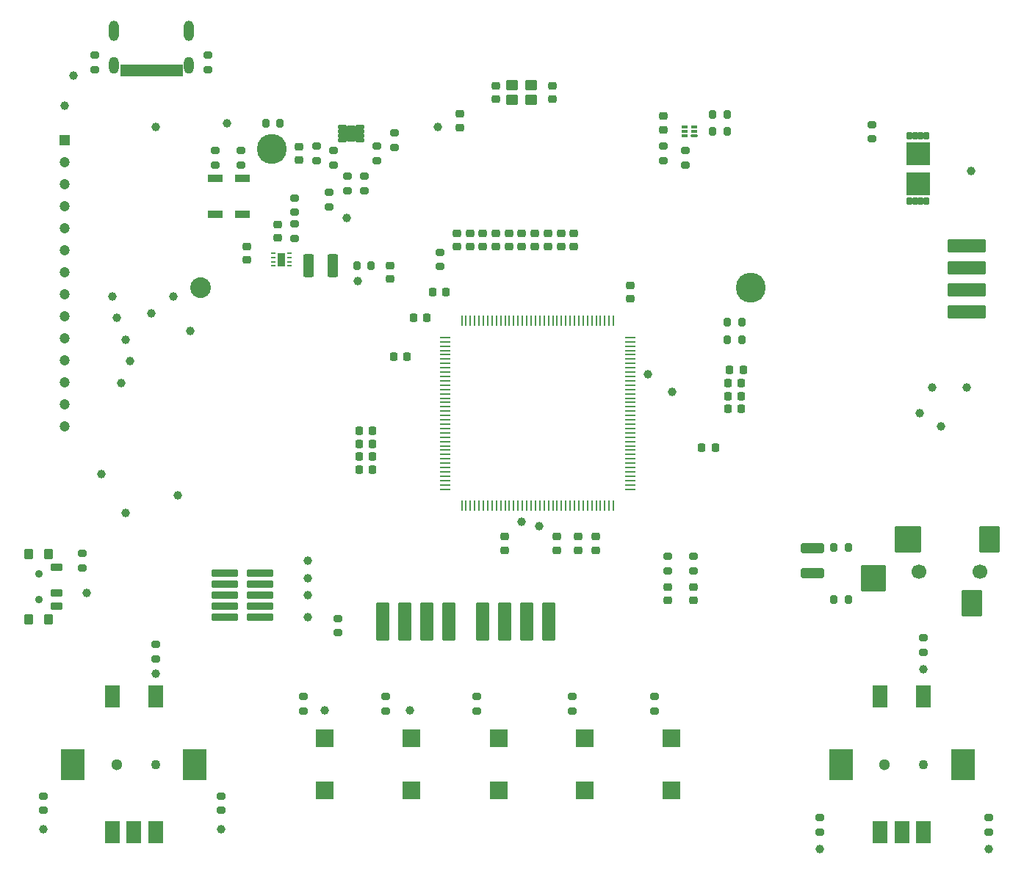
<source format=gbr>
%TF.GenerationSoftware,KiCad,Pcbnew,9.0.5*%
%TF.CreationDate,2025-11-20T02:47:11-08:00*%
%TF.ProjectId,Etch_A_Tune,45746368-5f41-45f5-9475-6e652e6b6963,rev?*%
%TF.SameCoordinates,Original*%
%TF.FileFunction,Soldermask,Top*%
%TF.FilePolarity,Negative*%
%FSLAX46Y46*%
G04 Gerber Fmt 4.6, Leading zero omitted, Abs format (unit mm)*
G04 Created by KiCad (PCBNEW 9.0.5) date 2025-11-20 02:47:11*
%MOMM*%
%LPD*%
G01*
G04 APERTURE LIST*
G04 Aperture macros list*
%AMRoundRect*
0 Rectangle with rounded corners*
0 $1 Rounding radius*
0 $2 $3 $4 $5 $6 $7 $8 $9 X,Y pos of 4 corners*
0 Add a 4 corners polygon primitive as box body*
4,1,4,$2,$3,$4,$5,$6,$7,$8,$9,$2,$3,0*
0 Add four circle primitives for the rounded corners*
1,1,$1+$1,$2,$3*
1,1,$1+$1,$4,$5*
1,1,$1+$1,$6,$7*
1,1,$1+$1,$8,$9*
0 Add four rect primitives between the rounded corners*
20,1,$1+$1,$2,$3,$4,$5,0*
20,1,$1+$1,$4,$5,$6,$7,0*
20,1,$1+$1,$6,$7,$8,$9,0*
20,1,$1+$1,$8,$9,$2,$3,0*%
G04 Aperture macros list end*
%ADD10C,0.010000*%
%ADD11C,1.000000*%
%ADD12RoundRect,0.200000X-0.200000X-0.275000X0.200000X-0.275000X0.200000X0.275000X-0.200000X0.275000X0*%
%ADD13R,1.803400X0.965200*%
%ADD14R,0.499999X0.249999*%
%ADD15R,0.900001X1.599999*%
%ADD16C,0.499999*%
%ADD17RoundRect,0.225000X0.250000X-0.225000X0.250000X0.225000X-0.250000X0.225000X-0.250000X-0.225000X0*%
%ADD18RoundRect,0.200000X-0.275000X0.200000X-0.275000X-0.200000X0.275000X-0.200000X0.275000X0.200000X0*%
%ADD19RoundRect,0.200000X0.275000X-0.200000X0.275000X0.200000X-0.275000X0.200000X-0.275000X-0.200000X0*%
%ADD20RoundRect,0.225000X0.225000X0.250000X-0.225000X0.250000X-0.225000X-0.250000X0.225000X-0.250000X0*%
%ADD21RoundRect,0.070000X0.355000X-0.070000X0.355000X0.070000X-0.355000X0.070000X-0.355000X-0.070000X0*%
%ADD22RoundRect,0.070000X0.305000X-0.070000X0.305000X0.070000X-0.305000X0.070000X-0.305000X-0.070000X0*%
%ADD23RoundRect,0.060500X-0.421500X-0.181500X0.421500X-0.181500X0.421500X0.181500X-0.421500X0.181500X0*%
%ADD24RoundRect,0.102000X-0.450000X-0.800000X0.450000X-0.800000X0.450000X0.800000X-0.450000X0.800000X0*%
%ADD25R,2.000000X2.000000*%
%ADD26RoundRect,0.225000X-0.250000X0.225000X-0.250000X-0.225000X0.250000X-0.225000X0.250000X0.225000X0*%
%ADD27RoundRect,0.225000X-0.225000X-0.250000X0.225000X-0.250000X0.225000X0.250000X-0.225000X0.250000X0*%
%ADD28RoundRect,0.102000X0.635000X2.100000X-0.635000X2.100000X-0.635000X-2.100000X0.635000X-2.100000X0*%
%ADD29RoundRect,0.218750X0.256250X-0.218750X0.256250X0.218750X-0.256250X0.218750X-0.256250X-0.218750X0*%
%ADD30RoundRect,0.102000X-0.250000X0.315000X-0.250000X-0.315000X0.250000X-0.315000X0.250000X0.315000X0*%
%ADD31O,1.152400X2.352400*%
%ADD32O,1.152400X1.952400*%
%ADD33RoundRect,0.102000X-2.100000X0.635000X-2.100000X-0.635000X2.100000X-0.635000X2.100000X0.635000X0*%
%ADD34RoundRect,0.250000X-1.100000X0.325000X-1.100000X-0.325000X1.100000X-0.325000X1.100000X0.325000X0*%
%ADD35RoundRect,0.102000X-1.385000X0.325000X-1.385000X-0.325000X1.385000X-0.325000X1.385000X0.325000X0*%
%ADD36RoundRect,0.200000X0.200000X0.275000X-0.200000X0.275000X-0.200000X-0.275000X0.200000X-0.275000X0*%
%ADD37C,1.300000*%
%ADD38C,1.100000*%
%ADD39RoundRect,0.102000X-0.750000X-1.200000X0.750000X-1.200000X0.750000X1.200000X-0.750000X1.200000X0*%
%ADD40RoundRect,0.102000X-1.250000X-1.700000X1.250000X-1.700000X1.250000X1.700000X-1.250000X1.700000X0*%
%ADD41RoundRect,0.102000X-0.635000X-2.100000X0.635000X-2.100000X0.635000X2.100000X-0.635000X2.100000X0*%
%ADD42RoundRect,0.250000X-0.375000X-1.075000X0.375000X-1.075000X0.375000X1.075000X-0.375000X1.075000X0*%
%ADD43RoundRect,0.250000X-0.450000X-0.350000X0.450000X-0.350000X0.450000X0.350000X-0.450000X0.350000X0*%
%ADD44C,1.700000*%
%ADD45RoundRect,0.102000X1.100000X1.400000X-1.100000X1.400000X-1.100000X-1.400000X1.100000X-1.400000X0*%
%ADD46RoundRect,0.102000X1.400000X1.400000X-1.400000X1.400000X-1.400000X-1.400000X1.400000X-1.400000X0*%
%ADD47RoundRect,0.102000X1.300000X1.400000X-1.300000X1.400000X-1.300000X-1.400000X1.300000X-1.400000X0*%
%ADD48R,0.228600X1.168400*%
%ADD49R,1.168400X0.228600*%
%ADD50RoundRect,0.102000X0.250000X-0.315000X0.250000X0.315000X-0.250000X0.315000X-0.250000X-0.315000X0*%
%ADD51C,0.900000*%
%ADD52RoundRect,0.102000X0.550000X-0.350000X0.550000X0.350000X-0.550000X0.350000X-0.550000X-0.350000X0*%
%ADD53RoundRect,0.102000X0.400000X-0.500000X0.400000X0.500000X-0.400000X0.500000X-0.400000X-0.500000X0*%
%ADD54R,1.200000X1.200000*%
%ADD55C,1.200000*%
%ADD56C,3.450000*%
%ADD57C,2.390000*%
G04 APERTURE END LIST*
D10*
%TO.C,U3*%
X121690000Y-37525000D02*
X119040000Y-37525000D01*
X119040000Y-35015000D01*
X121690000Y-35015000D01*
X121690000Y-37525000D01*
G36*
X121690000Y-37525000D02*
G01*
X119040000Y-37525000D01*
X119040000Y-35015000D01*
X121690000Y-35015000D01*
X121690000Y-37525000D01*
G37*
%TO.C,J4*%
X29198500Y-27303500D02*
X28481500Y-27303500D01*
X28481500Y-26026500D01*
X29198500Y-26026500D01*
X29198500Y-27303500D01*
G36*
X29198500Y-27303500D02*
G01*
X28481500Y-27303500D01*
X28481500Y-26026500D01*
X29198500Y-26026500D01*
X29198500Y-27303500D01*
G37*
X29998500Y-27303500D02*
X29281500Y-27303500D01*
X29281500Y-26026500D01*
X29998500Y-26026500D01*
X29998500Y-27303500D01*
G36*
X29998500Y-27303500D02*
G01*
X29281500Y-27303500D01*
X29281500Y-26026500D01*
X29998500Y-26026500D01*
X29998500Y-27303500D01*
G37*
X30502500Y-27303500D02*
X30077500Y-27303500D01*
X30077500Y-26026500D01*
X30502500Y-26026500D01*
X30502500Y-27303500D01*
G36*
X30502500Y-27303500D02*
G01*
X30077500Y-27303500D01*
X30077500Y-26026500D01*
X30502500Y-26026500D01*
X30502500Y-27303500D01*
G37*
X31002500Y-27303500D02*
X30577500Y-27303500D01*
X30577500Y-26026500D01*
X31002500Y-26026500D01*
X31002500Y-27303500D01*
G36*
X31002500Y-27303500D02*
G01*
X30577500Y-27303500D01*
X30577500Y-26026500D01*
X31002500Y-26026500D01*
X31002500Y-27303500D01*
G37*
X31502500Y-27303500D02*
X31077500Y-27303500D01*
X31077500Y-26026500D01*
X31502500Y-26026500D01*
X31502500Y-27303500D01*
G36*
X31502500Y-27303500D02*
G01*
X31077500Y-27303500D01*
X31077500Y-26026500D01*
X31502500Y-26026500D01*
X31502500Y-27303500D01*
G37*
X32002500Y-27303500D02*
X31577500Y-27303500D01*
X31577500Y-26026500D01*
X32002500Y-26026500D01*
X32002500Y-27303500D01*
G36*
X32002500Y-27303500D02*
G01*
X31577500Y-27303500D01*
X31577500Y-26026500D01*
X32002500Y-26026500D01*
X32002500Y-27303500D01*
G37*
X32502500Y-27303500D02*
X32077500Y-27303500D01*
X32077500Y-26026500D01*
X32502500Y-26026500D01*
X32502500Y-27303500D01*
G36*
X32502500Y-27303500D02*
G01*
X32077500Y-27303500D01*
X32077500Y-26026500D01*
X32502500Y-26026500D01*
X32502500Y-27303500D01*
G37*
X33002500Y-27303500D02*
X32577500Y-27303500D01*
X32577500Y-26026500D01*
X33002500Y-26026500D01*
X33002500Y-27303500D01*
G36*
X33002500Y-27303500D02*
G01*
X32577500Y-27303500D01*
X32577500Y-26026500D01*
X33002500Y-26026500D01*
X33002500Y-27303500D01*
G37*
X33502500Y-27303500D02*
X33077500Y-27303500D01*
X33077500Y-26026500D01*
X33502500Y-26026500D01*
X33502500Y-27303500D01*
G36*
X33502500Y-27303500D02*
G01*
X33077500Y-27303500D01*
X33077500Y-26026500D01*
X33502500Y-26026500D01*
X33502500Y-27303500D01*
G37*
X34002500Y-27303500D02*
X33577500Y-27303500D01*
X33577500Y-26026500D01*
X34002500Y-26026500D01*
X34002500Y-27303500D01*
G36*
X34002500Y-27303500D02*
G01*
X33577500Y-27303500D01*
X33577500Y-26026500D01*
X34002500Y-26026500D01*
X34002500Y-27303500D01*
G37*
X34798500Y-27303500D02*
X34081500Y-27303500D01*
X34081500Y-26026500D01*
X34798500Y-26026500D01*
X34798500Y-27303500D01*
G36*
X34798500Y-27303500D02*
G01*
X34081500Y-27303500D01*
X34081500Y-26026500D01*
X34798500Y-26026500D01*
X34798500Y-27303500D01*
G37*
X35598500Y-27303500D02*
X34881500Y-27303500D01*
X34881500Y-26026500D01*
X35598500Y-26026500D01*
X35598500Y-27303500D01*
G36*
X35598500Y-27303500D02*
G01*
X34881500Y-27303500D01*
X34881500Y-26026500D01*
X35598500Y-26026500D01*
X35598500Y-27303500D01*
G37*
%TO.C,U2*%
X121690000Y-40965000D02*
X119040000Y-40965000D01*
X119040000Y-38455000D01*
X121690000Y-38455000D01*
X121690000Y-40965000D01*
G36*
X121690000Y-40965000D02*
G01*
X119040000Y-40965000D01*
X119040000Y-38455000D01*
X121690000Y-38455000D01*
X121690000Y-40965000D01*
G37*
%TD*%
D11*
%TO.C,TP41*%
X89227140Y-61740000D03*
%TD*%
D12*
%TO.C,R28*%
X45215000Y-32740000D03*
X46865000Y-32740000D03*
%TD*%
D13*
%TO.C,CR1*%
X39359400Y-39169900D03*
X39359400Y-43310100D03*
%TD*%
D14*
%TO.C,U4*%
X47940002Y-49240001D03*
X47940002Y-48740002D03*
X47940002Y-48240000D03*
X47940002Y-47740001D03*
X46040000Y-47740001D03*
X46040000Y-48240000D03*
X46040000Y-48740002D03*
X46040000Y-49240001D03*
D15*
X46990001Y-48490002D03*
D16*
X46990001Y-48889999D03*
X46990001Y-48090000D03*
%TD*%
D17*
%TO.C,C32*%
X77727140Y-47015000D03*
X77727140Y-45465000D03*
%TD*%
D11*
%TO.C,TP8*%
X40040000Y-114240000D03*
%TD*%
%TO.C,TP38*%
X55790000Y-50990000D03*
%TD*%
%TO.C,TP15*%
X61790000Y-100490000D03*
%TD*%
D18*
%TO.C,R22*%
X25540000Y-24915000D03*
X25540000Y-26565000D03*
%TD*%
D11*
%TO.C,TP30*%
X120540000Y-66240000D03*
%TD*%
%TO.C,TP20*%
X27540000Y-52740000D03*
%TD*%
D18*
%TO.C,R12*%
X69540000Y-98915000D03*
X69540000Y-100565000D03*
%TD*%
%TO.C,R20*%
X94540000Y-82740000D03*
X94540000Y-84390000D03*
%TD*%
D11*
%TO.C,TP18*%
X29040000Y-57740000D03*
%TD*%
D18*
%TO.C,R7*%
X19540000Y-110415000D03*
X19540000Y-112065000D03*
%TD*%
D19*
%TO.C,R6*%
X48540000Y-43065000D03*
X48540000Y-41415000D03*
%TD*%
D11*
%TO.C,TP2*%
X40727140Y-32740000D03*
%TD*%
%TO.C,TP10*%
X109040000Y-116490000D03*
%TD*%
%TO.C,TP17*%
X29540000Y-60240000D03*
%TD*%
D20*
%TO.C,C30*%
X66002140Y-52240000D03*
X64452140Y-52240000D03*
%TD*%
D21*
%TO.C,U1*%
X94565000Y-34240000D03*
D22*
X94615000Y-33740000D03*
X94615000Y-33240000D03*
X93465000Y-33240000D03*
X93465000Y-33740000D03*
X93465000Y-34240000D03*
%TD*%
D11*
%TO.C,TP6*%
X126540000Y-38240000D03*
%TD*%
D17*
%TO.C,C33*%
X67227140Y-47015000D03*
X67227140Y-45465000D03*
%TD*%
D23*
%TO.C,U6*%
X54070000Y-33240000D03*
X54070000Y-33740000D03*
X54070000Y-34240000D03*
X54070000Y-34740000D03*
X56040000Y-34740000D03*
X56040000Y-34240000D03*
X56040000Y-33740000D03*
X56040000Y-33240000D03*
D24*
X55055000Y-33990000D03*
%TD*%
D18*
%TO.C,R10*%
X32540000Y-92915000D03*
X32540000Y-94565000D03*
%TD*%
D17*
%TO.C,C28*%
X74727140Y-47015000D03*
X74727140Y-45465000D03*
%TD*%
D25*
%TO.C,S5*%
X91999986Y-103707090D03*
X91999986Y-109707090D03*
%TD*%
D11*
%TO.C,TP33*%
X50040000Y-85240000D03*
%TD*%
D17*
%TO.C,C2*%
X67540000Y-33265000D03*
X67540000Y-31715000D03*
%TD*%
D19*
%TO.C,R3*%
X91040000Y-37065000D03*
X91040000Y-35415000D03*
%TD*%
D11*
%TO.C,TP1*%
X23040000Y-27240000D03*
%TD*%
D19*
%TO.C,R19*%
X53540000Y-91565000D03*
X53540000Y-89915000D03*
%TD*%
D18*
%TO.C,R18*%
X24040000Y-82415000D03*
X24040000Y-84065000D03*
%TD*%
D19*
%TO.C,R37*%
X56540000Y-40565000D03*
X56540000Y-38915000D03*
%TD*%
D17*
%TO.C,C36*%
X71727140Y-30015000D03*
X71727140Y-28465000D03*
%TD*%
D26*
%TO.C,C37*%
X78227140Y-28465000D03*
X78227140Y-30015000D03*
%TD*%
D11*
%TO.C,TP11*%
X128540000Y-116490000D03*
%TD*%
%TO.C,TP36*%
X32540000Y-33240000D03*
%TD*%
D27*
%TO.C,C25*%
X98452140Y-62740000D03*
X100002140Y-62740000D03*
%TD*%
D11*
%TO.C,TP19*%
X28040000Y-55240000D03*
%TD*%
%TO.C,TP16*%
X28540000Y-62740000D03*
%TD*%
%TO.C,TP26*%
X29040000Y-77740000D03*
%TD*%
D26*
%TO.C,C12*%
X72727140Y-80465000D03*
X72727140Y-82015000D03*
%TD*%
D12*
%TO.C,R24*%
X110715000Y-87740000D03*
X112365000Y-87740000D03*
%TD*%
D18*
%TO.C,R15*%
X121040000Y-92165000D03*
X121040000Y-93815000D03*
%TD*%
D11*
%TO.C,TP39*%
X50040000Y-89740000D03*
%TD*%
D20*
%TO.C,FB1*%
X63777140Y-55240000D03*
X62227140Y-55240000D03*
%TD*%
D11*
%TO.C,TP21*%
X32040000Y-54740000D03*
%TD*%
%TO.C,TP23*%
X26227140Y-73240000D03*
%TD*%
%TO.C,TP35*%
X74727140Y-78740000D03*
%TD*%
D17*
%TO.C,C5*%
X46540000Y-46015000D03*
X46540000Y-44465000D03*
%TD*%
D12*
%TO.C,R34*%
X96715000Y-31740000D03*
X98365000Y-31740000D03*
%TD*%
D11*
%TO.C,TP32*%
X50040000Y-83240000D03*
%TD*%
D17*
%TO.C,C21*%
X76227140Y-47015000D03*
X76227140Y-45465000D03*
%TD*%
D26*
%TO.C,C18*%
X87227140Y-51465000D03*
X87227140Y-53015000D03*
%TD*%
D17*
%TO.C,C6*%
X70227140Y-47015000D03*
X70227140Y-45465000D03*
%TD*%
%TO.C,C19*%
X71717140Y-47015000D03*
X71717140Y-45465000D03*
%TD*%
D18*
%TO.C,R35*%
X54657140Y-38915000D03*
X54657140Y-40565000D03*
%TD*%
D26*
%TO.C,C27*%
X81227140Y-80465000D03*
X81227140Y-82015000D03*
%TD*%
D19*
%TO.C,R26*%
X65290000Y-49315000D03*
X65290000Y-47665000D03*
%TD*%
D28*
%TO.C,J6*%
X70227140Y-90240000D03*
X72767140Y-90240000D03*
X75307140Y-90240000D03*
X77847140Y-90240000D03*
%TD*%
D11*
%TO.C,TP9*%
X32540000Y-96240000D03*
%TD*%
D20*
%TO.C,C24*%
X61502140Y-59740000D03*
X59952140Y-59740000D03*
%TD*%
D29*
%TO.C,D2*%
X91540000Y-87852500D03*
X91540000Y-86277500D03*
%TD*%
D18*
%TO.C,R21*%
X91540000Y-82740000D03*
X91540000Y-84390000D03*
%TD*%
D12*
%TO.C,R25*%
X110715000Y-81740000D03*
X112365000Y-81740000D03*
%TD*%
D19*
%TO.C,R5*%
X48540000Y-46065000D03*
X48540000Y-44415000D03*
%TD*%
D30*
%TO.C,U3*%
X121340000Y-34240000D03*
X120690000Y-34240000D03*
X120040000Y-34240000D03*
X119390000Y-34240000D03*
%TD*%
D26*
%TO.C,C1*%
X49040000Y-35465000D03*
X49040000Y-37015000D03*
%TD*%
D11*
%TO.C,TP3*%
X65040000Y-33240000D03*
%TD*%
D31*
%TO.C,J4*%
X36360000Y-22090000D03*
X27720000Y-22090000D03*
D32*
X36360000Y-26090000D03*
X27720000Y-26090000D03*
%TD*%
D18*
%TO.C,R2*%
X51040000Y-35415000D03*
X51040000Y-37065000D03*
%TD*%
D27*
%TO.C,C15*%
X98452140Y-65740000D03*
X100002140Y-65740000D03*
%TD*%
D12*
%TO.C,R30*%
X55715000Y-49240000D03*
X57365000Y-49240000D03*
%TD*%
D25*
%TO.C,S2*%
X62020179Y-103707090D03*
X62020179Y-109707090D03*
%TD*%
D11*
%TO.C,TP34*%
X50040000Y-87240000D03*
%TD*%
D17*
%TO.C,C29*%
X83227140Y-82015000D03*
X83227140Y-80465000D03*
%TD*%
D18*
%TO.C,R11*%
X59040000Y-98915000D03*
X59040000Y-100565000D03*
%TD*%
D27*
%TO.C,C7*%
X98452140Y-64240000D03*
X100002140Y-64240000D03*
%TD*%
D18*
%TO.C,R31*%
X53040000Y-35915000D03*
X53040000Y-37565000D03*
%TD*%
%TO.C,R36*%
X58040000Y-35415000D03*
X58040000Y-37065000D03*
%TD*%
D11*
%TO.C,TP24*%
X34540000Y-52740000D03*
%TD*%
D18*
%TO.C,R9*%
X49540000Y-98915000D03*
X49540000Y-100565000D03*
%TD*%
D33*
%TO.C,J2*%
X126040000Y-54580000D03*
X126040000Y-52040000D03*
X126040000Y-49500000D03*
X126040000Y-46960000D03*
%TD*%
D34*
%TO.C,C8*%
X108227140Y-81765000D03*
X108227140Y-84715000D03*
%TD*%
D27*
%TO.C,C14*%
X95452140Y-70240000D03*
X97002140Y-70240000D03*
%TD*%
D35*
%TO.C,J7*%
X40525000Y-84700000D03*
X44555000Y-84700000D03*
X40525000Y-85970000D03*
X44555000Y-85970000D03*
X40525000Y-87240000D03*
X44555000Y-87240000D03*
X40525000Y-88510000D03*
X44555000Y-88510000D03*
X40525000Y-89780000D03*
X44555000Y-89780000D03*
%TD*%
D36*
%TO.C,R33*%
X98365000Y-33740000D03*
X96715000Y-33740000D03*
%TD*%
D18*
%TO.C,R16*%
X80540000Y-98915000D03*
X80540000Y-100565000D03*
%TD*%
D29*
%TO.C,D1*%
X94540000Y-87852500D03*
X94540000Y-86277500D03*
%TD*%
D37*
%TO.C,MT1*%
X28000000Y-106740000D03*
D38*
X32500000Y-106740000D03*
D39*
X27500000Y-114540000D03*
X32500000Y-114540000D03*
X30000000Y-114540000D03*
X27500000Y-98940000D03*
X32500000Y-98940000D03*
D40*
X23000000Y-106740000D03*
X37000000Y-106740000D03*
%TD*%
D11*
%TO.C,TP4*%
X92040000Y-63740000D03*
%TD*%
%TO.C,TP29*%
X122040000Y-63240000D03*
%TD*%
D25*
%TO.C,S4*%
X82006717Y-103707090D03*
X82006717Y-109707090D03*
%TD*%
D20*
%TO.C,C26*%
X57502140Y-68240000D03*
X55952140Y-68240000D03*
%TD*%
D19*
%TO.C,R38*%
X52540000Y-42390000D03*
X52540000Y-40740000D03*
%TD*%
D11*
%TO.C,TP22*%
X36540000Y-56740000D03*
%TD*%
D41*
%TO.C,J3*%
X66307140Y-90240000D03*
X63767140Y-90240000D03*
X61227140Y-90240000D03*
X58687140Y-90240000D03*
%TD*%
D25*
%TO.C,S3*%
X72040000Y-103740000D03*
X72040000Y-109740000D03*
%TD*%
D11*
%TO.C,TP7*%
X19540000Y-114240000D03*
%TD*%
D17*
%TO.C,C3*%
X91040000Y-33515000D03*
X91040000Y-31965000D03*
%TD*%
D20*
%TO.C,C10*%
X57502140Y-71240000D03*
X55952140Y-71240000D03*
%TD*%
D18*
%TO.C,R17*%
X90040000Y-98915000D03*
X90040000Y-100565000D03*
%TD*%
D11*
%TO.C,TP13*%
X24540000Y-86990000D03*
%TD*%
D42*
%TO.C,L1*%
X50140000Y-49240000D03*
X52940000Y-49240000D03*
%TD*%
D11*
%TO.C,TP27*%
X22040000Y-30740000D03*
%TD*%
D17*
%TO.C,C31*%
X68727140Y-47015000D03*
X68727140Y-45465000D03*
%TD*%
D18*
%TO.C,R29*%
X42359400Y-35915000D03*
X42359400Y-37565000D03*
%TD*%
D11*
%TO.C,TP5*%
X54540000Y-43740000D03*
%TD*%
D19*
%TO.C,R32*%
X115040000Y-34565000D03*
X115040000Y-32915000D03*
%TD*%
D26*
%TO.C,C9*%
X59540000Y-49215000D03*
X59540000Y-50765000D03*
%TD*%
%TO.C,C4*%
X43040000Y-46965000D03*
X43040000Y-48515000D03*
%TD*%
D18*
%TO.C,R4*%
X93540000Y-35915000D03*
X93540000Y-37565000D03*
%TD*%
D27*
%TO.C,C16*%
X55952140Y-72740000D03*
X57502140Y-72740000D03*
%TD*%
D12*
%TO.C,R40*%
X98402140Y-55740000D03*
X100052140Y-55740000D03*
%TD*%
D26*
%TO.C,C13*%
X78727140Y-80465000D03*
X78727140Y-82015000D03*
%TD*%
D18*
%TO.C,R27*%
X39359400Y-35915000D03*
X39359400Y-37565000D03*
%TD*%
%TO.C,R14*%
X128540000Y-112915000D03*
X128540000Y-114565000D03*
%TD*%
%TO.C,R13*%
X109040000Y-112915000D03*
X109040000Y-114565000D03*
%TD*%
D17*
%TO.C,C22*%
X79227140Y-47015000D03*
X79227140Y-45465000D03*
%TD*%
D18*
%TO.C,R1*%
X60040000Y-33915000D03*
X60040000Y-35565000D03*
%TD*%
D43*
%TO.C,Y2*%
X73627140Y-30090000D03*
X75827140Y-30090000D03*
X75827140Y-28390000D03*
X73627140Y-28390000D03*
%TD*%
D17*
%TO.C,C23*%
X80727140Y-47015000D03*
X80727140Y-45465000D03*
%TD*%
%TO.C,C20*%
X73227140Y-47015000D03*
X73227140Y-45465000D03*
%TD*%
D11*
%TO.C,TP25*%
X35040000Y-75740000D03*
%TD*%
D27*
%TO.C,C17*%
X98677140Y-61240000D03*
X100227140Y-61240000D03*
%TD*%
D11*
%TO.C,TP31*%
X123040000Y-67740000D03*
%TD*%
D37*
%TO.C,MT2*%
X116540000Y-106740000D03*
D38*
X121040000Y-106740000D03*
D39*
X116040000Y-114540000D03*
X121040000Y-114540000D03*
X118540000Y-114540000D03*
X116040000Y-98940000D03*
X121040000Y-98940000D03*
D40*
X111540000Y-106740000D03*
X125540000Y-106740000D03*
%TD*%
D13*
%TO.C,CR2*%
X42540000Y-39169900D03*
X42540000Y-43310100D03*
%TD*%
D25*
%TO.C,S1*%
X52026910Y-103707090D03*
X52026910Y-109707090D03*
%TD*%
D11*
%TO.C,TP28*%
X126040000Y-63240000D03*
%TD*%
D44*
%TO.C,J5*%
X127527140Y-84490000D03*
X120527140Y-84490000D03*
D45*
X128627140Y-80790000D03*
D46*
X119227140Y-80790000D03*
D45*
X126627140Y-88190000D03*
D47*
X115227140Y-85240000D03*
%TD*%
D36*
%TO.C,R39*%
X100052140Y-57740000D03*
X98402140Y-57740000D03*
%TD*%
D11*
%TO.C,TP14*%
X52040000Y-100490000D03*
%TD*%
D18*
%TO.C,R23*%
X38540000Y-24915000D03*
X38540000Y-26565000D03*
%TD*%
D48*
%TO.C,U5*%
X85290000Y-55572000D03*
X84790001Y-55572000D03*
X84290000Y-55572000D03*
X83790001Y-55572000D03*
X83289999Y-55572000D03*
X82790000Y-55572000D03*
X82290001Y-55572000D03*
X81790000Y-55572000D03*
X81290001Y-55572000D03*
X80789999Y-55572000D03*
X80290000Y-55572000D03*
X79790001Y-55572000D03*
X79290000Y-55572000D03*
X78790001Y-55572000D03*
X78289999Y-55572000D03*
X77790000Y-55572000D03*
X77290001Y-55572000D03*
X76790000Y-55572000D03*
X76290000Y-55572000D03*
X75790002Y-55572000D03*
X75290000Y-55572000D03*
X74790001Y-55572000D03*
X74289999Y-55572000D03*
X73790000Y-55572000D03*
X73290001Y-55572000D03*
X72790000Y-55572000D03*
X72290001Y-55572000D03*
X71789999Y-55572000D03*
X71290000Y-55572000D03*
X70790001Y-55572000D03*
X70290000Y-55572000D03*
X69790001Y-55572000D03*
X69289999Y-55572000D03*
X68790000Y-55572000D03*
X68290001Y-55572000D03*
X67790000Y-55572000D03*
D49*
X65872000Y-57490000D03*
X65872000Y-57989999D03*
X65872000Y-58490000D03*
X65872000Y-58989999D03*
X65872000Y-59490001D03*
X65872000Y-59990000D03*
X65872000Y-60489999D03*
X65872000Y-60990000D03*
X65872000Y-61489999D03*
X65872000Y-61990001D03*
X65872000Y-62490000D03*
X65872000Y-62989999D03*
X65872000Y-63490000D03*
X65872000Y-63989999D03*
X65872000Y-64490001D03*
X65872000Y-64990000D03*
X65872000Y-65489999D03*
X65872000Y-65990000D03*
X65872000Y-66490000D03*
X65872000Y-66990001D03*
X65872000Y-67490000D03*
X65872000Y-67989999D03*
X65872000Y-68490001D03*
X65872000Y-68990000D03*
X65872000Y-69490001D03*
X65872000Y-69990000D03*
X65872000Y-70489999D03*
X65872000Y-70990001D03*
X65872000Y-71490000D03*
X65872000Y-71990001D03*
X65872000Y-72490000D03*
X65872000Y-72989999D03*
X65872000Y-73490001D03*
X65872000Y-73990000D03*
X65872000Y-74490001D03*
X65872000Y-74990000D03*
D48*
X67790000Y-76908000D03*
X68289999Y-76908000D03*
X68790000Y-76908000D03*
X69289999Y-76908000D03*
X69790001Y-76908000D03*
X70290000Y-76908000D03*
X70789999Y-76908000D03*
X71290000Y-76908000D03*
X71789999Y-76908000D03*
X72290001Y-76908000D03*
X72790000Y-76908000D03*
X73289999Y-76908000D03*
X73790000Y-76908000D03*
X74289999Y-76908000D03*
X74790001Y-76908000D03*
X75290000Y-76908000D03*
X75789999Y-76908000D03*
X76290000Y-76908000D03*
X76790000Y-76908000D03*
X77290001Y-76908000D03*
X77790000Y-76908000D03*
X78289999Y-76908000D03*
X78790001Y-76908000D03*
X79290000Y-76908000D03*
X79790001Y-76908000D03*
X80290000Y-76908000D03*
X80789999Y-76908000D03*
X81290001Y-76908000D03*
X81790000Y-76908000D03*
X82290001Y-76908000D03*
X82790000Y-76908000D03*
X83289999Y-76908000D03*
X83790001Y-76908000D03*
X84290000Y-76908000D03*
X84790001Y-76908000D03*
X85290000Y-76908000D03*
D49*
X87208000Y-74990000D03*
X87208000Y-74490001D03*
X87208000Y-73990000D03*
X87208000Y-73490001D03*
X87208000Y-72989999D03*
X87208000Y-72490000D03*
X87208000Y-71990001D03*
X87208000Y-71490000D03*
X87208000Y-70990001D03*
X87208000Y-70489999D03*
X87208000Y-69990000D03*
X87208000Y-69490001D03*
X87208000Y-68990000D03*
X87208000Y-68490001D03*
X87208000Y-67989999D03*
X87208000Y-67490000D03*
X87208000Y-66990001D03*
X87208000Y-66490000D03*
X87208000Y-65990000D03*
X87208000Y-65489999D03*
X87208000Y-64990000D03*
X87208000Y-64490001D03*
X87208000Y-63989999D03*
X87208000Y-63490000D03*
X87208000Y-62989999D03*
X87208000Y-62490000D03*
X87208000Y-61990001D03*
X87208000Y-61489999D03*
X87208000Y-60990000D03*
X87208000Y-60489999D03*
X87208000Y-59990000D03*
X87208000Y-59490001D03*
X87208000Y-58989999D03*
X87208000Y-58490000D03*
X87208000Y-57989999D03*
X87208000Y-57490000D03*
%TD*%
D18*
%TO.C,R8*%
X40040000Y-110415000D03*
X40040000Y-112065000D03*
%TD*%
D50*
%TO.C,U2*%
X119390000Y-41740000D03*
X120040000Y-41740000D03*
X120690000Y-41740000D03*
X121340000Y-41740000D03*
%TD*%
D11*
%TO.C,TP40*%
X76727140Y-79240000D03*
%TD*%
D51*
%TO.C,S6*%
X19040000Y-87740000D03*
X19040000Y-84740000D03*
D52*
X21090000Y-83990000D03*
X21090000Y-86990000D03*
X21090000Y-88490000D03*
D53*
X17890000Y-89990000D03*
X17890000Y-82490000D03*
X20190000Y-82490000D03*
X20190000Y-89990000D03*
%TD*%
D11*
%TO.C,TP12*%
X121040000Y-95740000D03*
%TD*%
D20*
%TO.C,C11*%
X57502140Y-69740000D03*
X55952140Y-69740000D03*
%TD*%
D54*
%TO.C,J1*%
X22000000Y-34760000D03*
D55*
X22000000Y-37300000D03*
X22000000Y-39840000D03*
X22000000Y-42380000D03*
X22000000Y-44920000D03*
X22000000Y-47460000D03*
X22000000Y-50000000D03*
X22000000Y-52540000D03*
X22000000Y-55080000D03*
X22000000Y-57620000D03*
X22000000Y-60160000D03*
X22000000Y-62700000D03*
X22000000Y-65240000D03*
X22000000Y-67780000D03*
%TD*%
D56*
%TO.C,BT1*%
X101140000Y-51740000D03*
X45940000Y-35740000D03*
D57*
X37720000Y-51740000D03*
%TD*%
M02*

</source>
